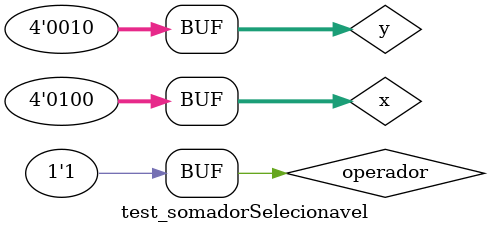
<source format=v>
 
module fullAdder (output s0, output carryOut, input a, input b,  input carryIn);

   wire x,y,z;
   xorgate XOR1(x,a,b);
   andgate AND1(y,a,b);
   xorgate XOR2(s0,x,carryIn);
   andgate AND2(z,x,carryIn);
   orgate OR2(carryOut,z,y);

endmodule // fullAdder

//modulo halfAdder
module halfAdder (output s0, output carryOut, input a, input b);

 xorgate XOR1(s0,a,b);
 andgate AND1(carryOut,a,b);  

endmodule // halfAdder

module somadorSelecionavel (output [3:0]s, output carryOut, input operador, input [3:0]a, input [3:0]b );
  wire w0, w1, w2, w3, c0, c1, c2;
  xorgate XOR0 ( w0, operador, b[0] );
  xorgate XOR1 ( w1, operador, b[1] );
  xorgate XOR2 ( w2, operador, b[2] );
  xorgate XOR3 ( w3, operador, b[3] );

  fullAdder FA0 ( s[0], c0, w0, a[0], operador);
  fullAdder FA1 ( s[1], c1, w1, a[1], c0);
  fullAdder FA2 ( s[2], c2, w2, a[2], c1);
  fullAdder FA3 ( s[3], carryOut, w3, a[3], c2);

endmodule

module verifZero(output s, input [3:0] a);
	norgate NORG (s,a[3:0]);
endmodule

module norgate (output s, input [3:0]a);
  assign s = ~(a[0] | a[1] | a[2] | a[3]);
endmodule

module andgate (output s, input a, input b);
  assign s = a & b;
endmodule

module xorgate (output s, input a, input b);
  assign s = a ^ b;
endmodule

module orgate (output s, input a,  input b);
  assign s = a | b;
endmodule

module test_somadorSelecionavel;
// ------------------------- definir dados
      reg [3:0] x;
      reg [3:0] y;
      reg operador;
      wire [3:0] resultado;
      wire carryOut;
		wire q;

      somadorSelecionavel SS(resultado, carryOut, operador, x, y);
		verifZero teste(q, resultado);

// ------------------------- parte principal 
 initial begin 
      $display("Exemplo0032 - Jenifer Henrique Moreira Borges - 427420");
      $display("Somador selecionavel - 4bits com identificador de sinal 0\n");

      x=4'b0000; y=4'b0000; operador=1;
      $monitor("%4b   %4b   Op:%1b   Result:%4b   CarryOut:%1b   Verif:%1b",x,y,operador,resultado,carryOut,q);
      #1 x=4'b0101; y=4'b0111; operador=0;
      #1 x=4'b0011; y=4'b0100; operador=0;
      #1 x=4'b0110; y=4'b0100; operador=1;
      #1 x=4'b0111; y=4'b0111; operador=1;
      #1 x=4'b0100; y=4'b0010; operador=1;
 
 end
 
endmodule
</source>
